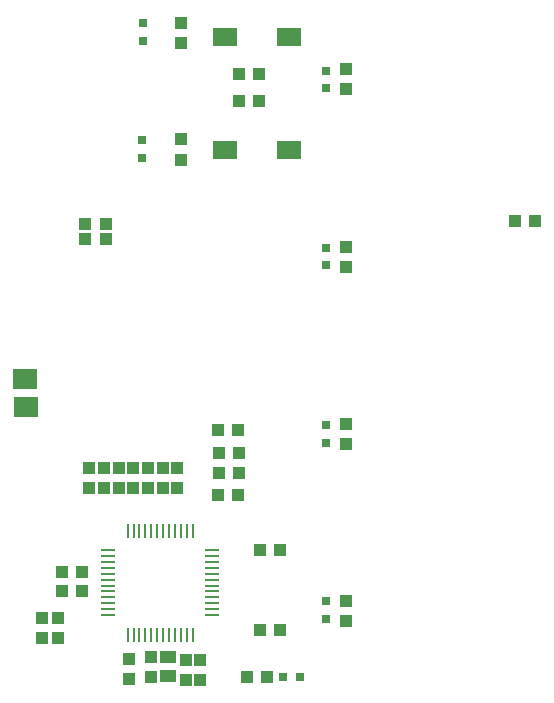
<source format=gtp>
G75*
%MOIN*%
%OFA0B0*%
%FSLAX25Y25*%
%IPPOS*%
%LPD*%
%AMOC8*
5,1,8,0,0,1.08239X$1,22.5*
%
%ADD10R,0.07874X0.06299*%
%ADD11R,0.05118X0.00827*%
%ADD12R,0.00827X0.05118*%
%ADD13R,0.04331X0.03937*%
%ADD14R,0.03937X0.04331*%
%ADD15R,0.03150X0.03150*%
%ADD16R,0.05709X0.03937*%
%ADD17R,0.07900X0.06700*%
D10*
X0135451Y0242582D03*
X0156711Y0242582D03*
X0156711Y0280377D03*
X0135451Y0280377D03*
D11*
X0131238Y0109196D03*
X0131238Y0107228D03*
X0131238Y0105259D03*
X0131238Y0103291D03*
X0131238Y0101322D03*
X0131238Y0099354D03*
X0131238Y0097385D03*
X0131238Y0095417D03*
X0131238Y0093448D03*
X0131238Y0091480D03*
X0131238Y0089511D03*
X0131238Y0087543D03*
X0096593Y0087543D03*
X0096593Y0089511D03*
X0096593Y0091480D03*
X0096593Y0093448D03*
X0096593Y0095417D03*
X0096593Y0097385D03*
X0096593Y0099354D03*
X0096593Y0101322D03*
X0096593Y0103291D03*
X0096593Y0105259D03*
X0096593Y0107228D03*
X0096593Y0109196D03*
D12*
X0103089Y0115692D03*
X0105057Y0115692D03*
X0107026Y0115692D03*
X0108994Y0115692D03*
X0110963Y0115692D03*
X0112931Y0115692D03*
X0114900Y0115692D03*
X0116868Y0115692D03*
X0118837Y0115692D03*
X0120805Y0115692D03*
X0122774Y0115692D03*
X0124742Y0115692D03*
X0124742Y0081047D03*
X0122774Y0081047D03*
X0120805Y0081047D03*
X0118837Y0081047D03*
X0116868Y0081047D03*
X0114900Y0081047D03*
X0112931Y0081047D03*
X0110963Y0081047D03*
X0108994Y0081047D03*
X0107026Y0081047D03*
X0105057Y0081047D03*
X0103089Y0081047D03*
D13*
X0087816Y0095405D03*
X0087816Y0102008D03*
X0081124Y0102008D03*
X0081124Y0095405D03*
X0133267Y0127402D03*
X0139960Y0127402D03*
X0140118Y0135040D03*
X0140118Y0141418D03*
X0133425Y0141418D03*
X0133425Y0135040D03*
X0133267Y0149253D03*
X0139960Y0149253D03*
X0147194Y0109360D03*
X0153886Y0109360D03*
X0153932Y0082528D03*
X0147239Y0082528D03*
X0149396Y0067010D03*
X0142704Y0067010D03*
X0095716Y0213030D03*
X0095716Y0218030D03*
X0089024Y0218030D03*
X0089024Y0213030D03*
X0140057Y0258763D03*
X0146750Y0258763D03*
X0146829Y0267739D03*
X0140136Y0267739D03*
X0232065Y0218999D03*
X0238758Y0218999D03*
D14*
X0074644Y0079770D03*
X0079930Y0079769D03*
X0079930Y0086462D03*
X0074644Y0086463D03*
X0103570Y0072976D03*
X0103570Y0066284D03*
X0110770Y0066984D03*
X0110770Y0073676D03*
X0122370Y0072676D03*
X0127270Y0072676D03*
X0127270Y0065984D03*
X0122370Y0065984D03*
X0176002Y0085574D03*
X0176002Y0092267D03*
X0176002Y0144629D03*
X0176002Y0151322D03*
X0176002Y0203684D03*
X0176002Y0210377D03*
X0176002Y0262739D03*
X0176002Y0269432D03*
X0120727Y0278251D03*
X0120727Y0284944D03*
X0120727Y0246086D03*
X0120727Y0239393D03*
X0119670Y0136576D03*
X0114770Y0136576D03*
X0109870Y0136576D03*
X0104970Y0136576D03*
X0100070Y0136576D03*
X0095170Y0136576D03*
X0090270Y0136576D03*
X0090270Y0129884D03*
X0095170Y0129884D03*
X0100070Y0129884D03*
X0104970Y0129884D03*
X0109870Y0129884D03*
X0114770Y0129884D03*
X0119670Y0129884D03*
D15*
X0169113Y0145023D03*
X0169113Y0150928D03*
X0169113Y0204078D03*
X0169113Y0209984D03*
X0169113Y0263133D03*
X0169113Y0269039D03*
X0108168Y0278842D03*
X0108168Y0284747D03*
X0108010Y0245968D03*
X0108010Y0240062D03*
X0169113Y0092267D03*
X0169113Y0086361D03*
X0160623Y0067000D03*
X0154717Y0067000D03*
D16*
X0116603Y0067262D03*
X0116603Y0073561D03*
D17*
X0069228Y0156750D03*
X0068881Y0166301D03*
M02*

</source>
